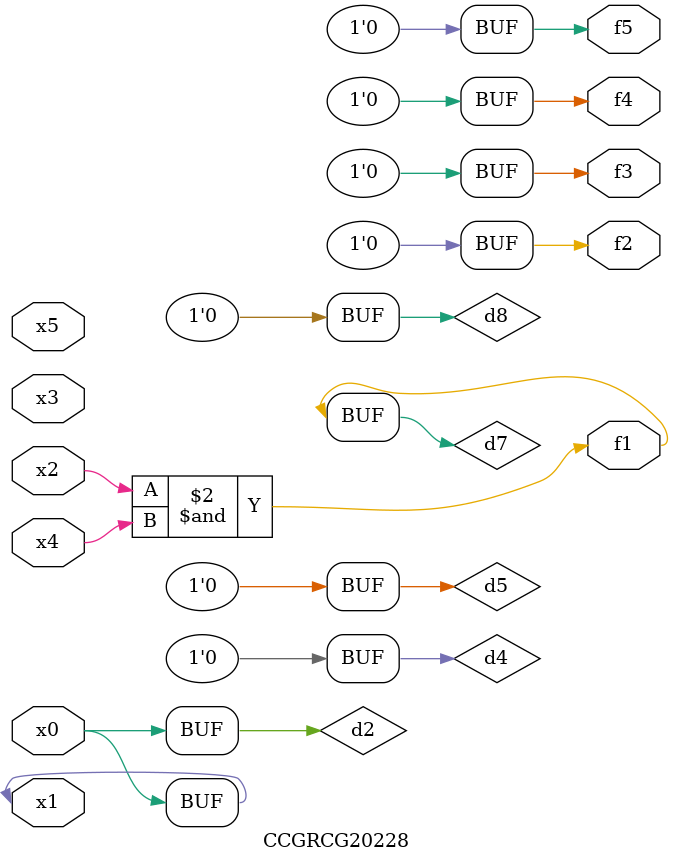
<source format=v>
module CCGRCG20228(
	input x0, x1, x2, x3, x4, x5,
	output f1, f2, f3, f4, f5
);

	wire d1, d2, d3, d4, d5, d6, d7, d8, d9;

	nand (d1, x1);
	buf (d2, x0, x1);
	nand (d3, x2, x4);
	and (d4, d1, d2);
	and (d5, d1, d2);
	nand (d6, d1, d3);
	not (d7, d3);
	xor (d8, d5);
	nor (d9, d5, d6);
	assign f1 = d7;
	assign f2 = d8;
	assign f3 = d8;
	assign f4 = d8;
	assign f5 = d8;
endmodule

</source>
